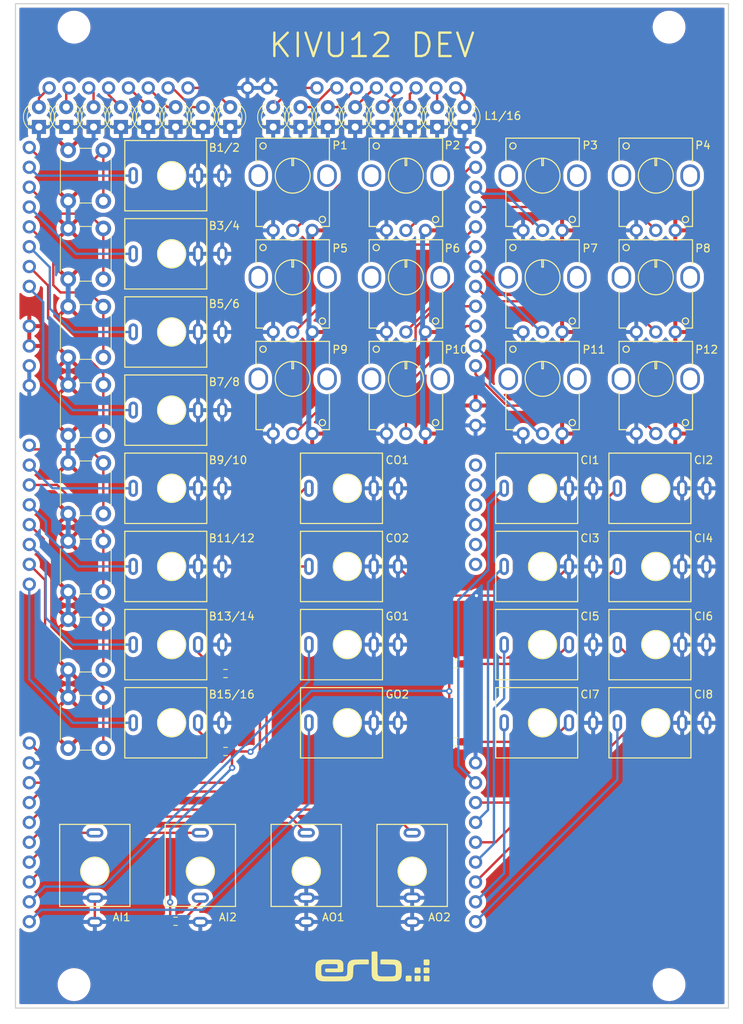
<source format=kicad_pcb>
(kicad_pcb (version 20211014) (generator pcbnew)
  (layers (0 "F.Cu" signal) (31 "B.Cu" signal) (34 "B.Paste" user) (35 "F.Paste" user) (36 "B.SilkS" user "B.Silkscreen") (37 "F.SilkS" user "F.Silkscreen") (38 "B.Mask" user) (39 "F.Mask" user) (44 "Edge.Cuts" user))
  (net 0 "")
  (net 1 "GND")
  (net 2 "+3V3")
  (net 3 "Net-(SDCLK1-Pad1)")
  (net 4 "Net-(SDCMD1-Pad1)")
  (net 5 "Net-(SDD0-Pad1)")
  (net 6 "Net-(SDD1-Pad1)")
  (net 7 "Net-(SDD2-Pad1)")
  (net 8 "Net-(SDD3-Pad1)")
  (net 9 "AI1")
  (net 10 "AI2")
  (net 11 "AO1")
  (net 12 "AO2")
  (net 13 "B1")
  (net 14 "B2")
  (net 15 "B3")
  (net 16 "B4")
  (net 17 "B5")
  (net 18 "B6")
  (net 19 "B7")
  (net 20 "B8")
  (net 21 "B9")
  (net 22 "B10")
  (net 23 "B11")
  (net 24 "B12")
  (net 25 "B13")
  (net 26 "B14")
  (net 27 "B15")
  (net 28 "B16")
  (net 29 "CI1")
  (net 30 "CI2")
  (net 31 "CI3")
  (net 32 "CI4")
  (net 33 "CI5")
  (net 34 "CI6")
  (net 35 "CI7")
  (net 36 "CI8")
  (net 37 "CO1")
  (net 38 "CO2")
  (net 39 "GO1")
  (net 40 "GO2")
  (net 41 "L1")
  (net 42 "L2")
  (net 43 "L3")
  (net 44 "L4")
  (net 45 "L5")
  (net 46 "L6")
  (net 47 "L7")
  (net 48 "L8")
  (net 49 "L9")
  (net 50 "L10")
  (net 51 "L11")
  (net 52 "L12")
  (net 53 "L13")
  (net 54 "L14")
  (net 55 "L15")
  (net 56 "L16")
  (net 57 "P1")
  (net 58 "P2")
  (net 59 "P3")
  (net 60 "P4")
  (net 61 "P5")
  (net 62 "P6")
  (net 63 "P7")
  (net 64 "P8")
  (net 65 "P9")
  (net 66 "P10")
  (net 67 "P11")
  (net 68 "P12")
  (net 69 "NPR0")
  (net 70 "NPR14")
  (net 71 "NPR16")
  (net 72 "NPR2")
  (net 73 "NPR5")
  (net 74 "NPR7")
  (footprint "Potentiometer_Thonk:SongHueiTallTrim9" (layer "F.Cu") (at 35.5 22)
    (fp_text reference "RV1" hide)
    (fp_text value "100k")
  )
  (footprint "Connector_Thonk:ThonkiconnJack" (layer "F.Cu") (at 20 22 90)
    (fp_text reference "J1" hide)
    (fp_text value "IN")
  )
  (footprint "LED_THT:LED_D3.0mm" (layer "F.Cu") (at 3 15.77 90)
    (fp_text reference "D1" hide)
    (fp_text value "LED")
  )
  (footprint "Button_Switch_THT:SW_PUSH_6mm_H7.3mm" (layer "F.Cu") (at 6.75 25.25 90)
    (fp_text reference "SW1" hide)
    (fp_text value "SW_Push_Dual")
  )
  (footprint "Empty:Empty" (layer "F.Cu") (at 9 22 90)
    (fp_text reference "H3" hide)
    (fp_text value "CAP")
  )
  (footprint "Empty:Empty" (layer "F.Cu") (at 20 42 90)
    (fp_text reference "H8" hide)
    (fp_text value "KNURLED NUT")
  )
  (footprint "Empty:Empty" (layer "F.Cu") (at 23.6728 111)
    (fp_text reference "H32" hide)
    (fp_text value "KNURLED NUT")
  )
  (footprint "Empty:Empty" (layer "F.Cu") (at 9 32 90)
    (fp_text reference "H5" hide)
    (fp_text value "CAP")
  )
  (footprint "LED_THT:LED_D3.0mm" (layer "F.Cu") (at 47 15.77 90)
    (fp_text reference "D13" hide)
    (fp_text value "LED")
  )
  (footprint "Empty:Empty" (layer "F.Cu") (at 82 92 90)
    (fp_text reference "H30" hide)
    (fp_text value "KNURLED NUT")
  )
  (footprint "Potentiometer_Thonk:SongHueiTallTrim9" (layer "F.Cu") (at 82 48)
    (fp_text reference "RV12" hide)
    (fp_text value "100k")
  )
  (footprint "Potentiometer_Thonk:SongHueiTallTrim9" (layer "F.Cu") (at 82 35)
    (fp_text reference "RV8" hide)
    (fp_text value "100k")
  )
  (footprint "Connector_Thonk:ThonkiconnJack" (layer "F.Cu") (at 82 92 90)
    (fp_text reference "J23" hide)
    (fp_text value "IN")
  )
  (footprint "Resistor_SMD:R_0603_1608Metric" (layer "F.Cu") (at 56.386594 94.440697)
    (fp_text reference "REF**" hide)
    (fp_text value "R_0603_1608Metric")
  )
  (footprint "Button_Switch_THT:SW_PUSH_6mm_H7.3mm" (layer "F.Cu") (at 6.75 95.25 90)
    (fp_text reference "SW8" hide)
    (fp_text value "SW_Push_Dual")
  )
  (footprint "Connector_Thonk:ThonkiconnJack" (layer "F.Cu") (at 20 62 90)
    (fp_text reference "J5" hide)
    (fp_text value "IN")
  )
  (footprint "Button_Switch_THT:SW_PUSH_6mm_H7.3mm" (layer "F.Cu") (at 6.75 55.25 90)
    (fp_text reference "SW4" hide)
    (fp_text value "SW_Push_Dual")
  )
  (footprint "MountingHole:MountingHole_3.2mm_M3" (layer "F.Cu") (at 7.5 3)
    (fp_text reference "REF**" hide)
    (fp_text value "MountingHole_3.2mm_M3")
  )
  (footprint "Connector_Thonk:ThonkiconnJack" (layer "F.Cu") (at 82 82 90)
    (fp_text reference "J21" hide)
    (fp_text value "IN")
  )
  (footprint "MountingHole:MountingHole_3.2mm_M3" (layer "F.Cu") (at 83.7 125.5)
    (fp_text reference "REF**" hide)
    (fp_text value "MountingHole_3.2mm_M3")
  )
  (footprint "Empty:Empty" (layer "F.Cu") (at 42.5 92 90)
    (fp_text reference "H22" hide)
    (fp_text value "KNURLED NUT")
  )
  (footprint "Connector_Thonk:ThonkiconnJack" (layer "F.Cu") (at 42.5 92 90)
    (fp_text reference "J15" hide)
    (fp_text value "IN")
  )
  (footprint "Connector_Thonk:ThonkiconnJack" (layer "F.Cu") (at 42.5 82 90)
    (fp_text reference "J14" hide)
    (fp_text value "IN")
  )
  (footprint "Connector_Thonk:ThonkiconnJack" (layer "F.Cu") (at 82 72 90)
    (fp_text reference "J19" hide)
    (fp_text value "IN")
  )
  (footprint "LED_THT:LED_D3.0mm" (layer "F.Cu") (at 13.5 15.77 90)
    (fp_text reference "D4" hide)
    (fp_text value "LED")
  )
  (footprint "Empty:Empty" (layer "F.Cu") (at 10.16 111)
    (fp_text reference "H31" hide)
    (fp_text value "KNURLED NUT")
  )
  (footprint "Empty:Empty" (layer "F.Cu") (at 9 42 90)
    (fp_text reference "H7" hide)
    (fp_text value "CAP")
  )
  (footprint "Empty:Empty" (layer "F.Cu") (at 67.5 92 90)
    (fp_text reference "H29" hide)
    (fp_text value "KNURLED NUT")
  )
  (footprint "Connector_Thonk:ThonkiconnJack" (layer "F.Cu") (at 37.2364 111)
    (fp_text reference "J26" hide)
    (fp_text value "IN")
  )
  (footprint "Potentiometer_Thonk:SongHueiTallTrim9" (layer "F.Cu") (at 67.5 48)
    (fp_text reference "RV11" hide)
    (fp_text value "100k")
  )
  (footprint "Potentiometer_Thonk:SongHueiTallTrim9" (layer "F.Cu") (at 50 35)
    (fp_text reference "RV6" hide)
    (fp_text value "100k")
  )
  (footprint "LED_THT:LED_D3.0mm" (layer "F.Cu") (at 33 15.77 90)
    (fp_text reference "D9" hide)
    (fp_text value "LED")
  )
  (footprint "LED_THT:LED_D3.0mm" (layer "F.Cu") (at 20.5 15.77 90)
    (fp_text reference "D6" hide)
    (fp_text value "LED")
  )
  (footprint "Empty:Empty" (layer "F.Cu") (at 21.148591 67.092685)
    (fp_text reference "H1" hide)
    (fp_text value "Header1" hide)
  )
  (footprint "Empty:Empty" (layer "F.Cu") (at 9 62 90)
    (fp_text reference "H11" hide)
    (fp_text value "CAP")
  )
  (footprint "LED_THT:LED_D3.0mm" (layer "F.Cu") (at 57.5 15.77 90)
    (fp_text reference "D16" hide)
    (fp_text value "LED")
  )
  (footprint "Logo_Erb:ErbLog.15mm" (layer "F.Cu") (at 45.65 123.083649)
    (fp_text reference "G***" hide)
    (fp_text value "LOGO" hide)
  )
  (footprint "Empty:Empty" (layer "F.Cu") (at 9 92 90)
    (fp_text reference "H17" hide)
    (fp_text value "CAP")
  )
  (footprint "Empty:Empty" (layer "F.Cu") (at 20 62 90)
    (fp_text reference "H12" hide)
    (fp_text value "KNURLED NUT")
  )
  (footprint "Empty:Empty" (layer "F.Cu") (at 20 32 90)
    (fp_text reference "H6" hide)
    (fp_text value "KNURLED NUT")
  )
  (footprint "LED_THT:LED_D3.0mm" (layer "F.Cu") (at 50.5 15.77 90)
    (fp_text reference "D14" hide)
    (fp_text value "LED")
  )
  (footprint "Potentiometer_Thonk:SongHueiTallTrim9" (layer "F.Cu") (at 50 22)
    (fp_text reference "RV2" hide)
    (fp_text value "100k")
  )
  (footprint "Potentiometer_Thonk:SongHueiTallTrim9" (layer "F.Cu") (at 67.5 35)
    (fp_text reference "RV7" hide)
    (fp_text value "100k")
  )
  (footprint "Empty:Empty" (layer "F.Cu") (at 50.8 111)
    (fp_text reference "H34" hide)
    (fp_text value "KNURLED NUT")
  )
  (footprint "Connector_Thonk:ThonkiconnJack" (layer "F.Cu") (at 20 32 90)
    (fp_text reference "J2" hide)
    (fp_text value "IN")
  )
  (footprint "Connector_Thonk:ThonkiconnJack" (layer "F.Cu") (at 82 62 90)
    (fp_text reference "J17" hide)
    (fp_text value "IN")
  )
  (footprint "Button_Switch_THT:SW_PUSH_6mm_H7.3mm" (layer "F.Cu") (at 6.75 75.25 90)
    (fp_text reference "SW6" hide)
    (fp_text value "SW_Push_Dual")
  )
  (footprint "Empty:Empty" (layer "F.Cu") (at 67.5 72 90)
    (fp_text reference "H25" hide)
    (fp_text value "KNURLED NUT")
  )
  (footprint "Empty:Empty" (layer "F.Cu") (at 67.5 82 90)
    (fp_text reference "H27" hide)
    (fp_text value "KNURLED NUT")
  )
  (footprint "Connector_Thonk:ThonkiconnJack" (layer "F.Cu") (at 67.5 92 90)
    (fp_text reference "J22" hide)
    (fp_text value "IN")
  )
  (footprint "Connector_Thonk:ThonkiconnJack" (layer "F.Cu") (at 67.5 82 90)
    (fp_text reference "J20" hide)
    (fp_text value "IN")
  )
  (footprint "Connector_Thonk:ThonkiconnJack" (layer "F.Cu") (at 10.16 111)
    (fp_text reference "J24" hide)
    (fp_text value "IN")
  )
  (footprint "LED_THT:LED_D3.0mm" (layer "F.Cu") (at 54 15.77 90)
    (fp_text reference "D15" hide)
    (fp_text value "LED")
  )
  (footprint "Empty:Empty" (layer "F.Cu") (at 42.5 82 90)
    (fp_text reference "H21" hide)
    (fp_text value "KNURLED NUT")
  )
  (footprint "Button_Switch_THT:SW_PUSH_6mm_H7.3mm" (layer "F.Cu") (at 6.75 45.25 90)
    (fp_text reference "SW3" hide)
    (fp_text value "SW_Push_Dual")
  )
  (footprint "Connector_Thonk:ThonkiconnJack" (layer "F.Cu") (at 23.6728 111)
    (fp_text reference "J25" hide)
    (fp_text value "IN")
  )
  (footprint "LED_THT:LED_D3.0mm" (layer "F.Cu") (at 43.5 15.77 90)
    (fp_text reference "D12" hide)
    (fp_text value "LED")
  )
  (footprint "Empty:Empty" (layer "F.Cu") (at 42.5 62 90)
    (fp_text reference "H19" hide)
    (fp_text value "KNURLED NUT")
  )
  (footprint "Empty:Empty" (layer "F.Cu") (at 20 52 90)
    (fp_text reference "H10" hide)
    (fp_text value "KNURLED NUT")
  )
  (footprint "Connector_Thonk:ThonkiconnJack" (layer "F.Cu") (at 20 42 90)
    (fp_text reference "J3" hide)
    (fp_text value "IN")
  )
  (footprint "LED_THT:LED_D3.0mm" (layer "F.Cu") (at 27.5 15.77 90)
    (fp_text reference "D8" hide)
    (fp_text value "LED")
  )
  (footprint "LED_THT:LED_D3.0mm" (layer "F.Cu") (at 24 15.77 90)
    (fp_text reference "D7" hide)
    (fp_text value "LED")
  )
  (footprint "Empty:Empty" (layer "F.Cu") (at 20 72 90)
    (fp_text reference "H14" hide)
    (fp_text value "KNURLED NUT")
  )
  (footprint "Potentiometer_Thonk:SongHueiTallTrim9" (layer "F.Cu") (at 50 48)
    (fp_text reference "RV10" hide)
    (fp_text value "100k")
  )
  (footprint "Empty:Empty" (layer "F.Cu") (at 67.5 62 90)
    (fp_text reference "H23" hide)
    (fp_text value "KNURLED NUT")
  )
  (footprint "Button_Switch_THT:SW_PUSH_6mm_H7.3mm" (layer "F.Cu") (at 6.75 35.25 90)
    (fp_text reference "SW2" hide)
    (fp_text value "SW_Push_Dual")
  )
  (footprint "Empty:Empty" (layer "F.Cu") (at 21.148591 63.082685)
    (fp_text reference "H2" hide)
    (fp_text value "Header2" hide)
  )
  (footprint "LED_THT:LED_D3.0mm" (layer "F.Cu") (at 36.5 15.77 90)
    (fp_text reference "D10" hide)
    (fp_text value "LED")
  )
  (footprint "Empty:Empty" (layer "F.Cu") (at 82 82 90)
    (fp_text reference "H28" hide)
    (fp_text value "KNURLED NUT")
  )
  (footprint "Potentiometer_Thonk:SongHueiTallTrim9" (layer "F.Cu") (at 67.5 22)
    (fp_text reference "RV3" hide)
    (fp_text value "100k")
  )
  (footprint "Empty:Empty" (layer "F.Cu") (at 82 72 90)
    (fp_text reference "H26" hide)
    (fp_text value "KNURLED NUT")
  )
  (footprint "Empty:Empty" (layer "F.Cu") (at 20 22 90)
    (fp_text reference "H4" hide)
    (fp_text value "KNURLED NUT")
  )
  (footprint "Empty:Empty" (layer "F.Cu") (at 82 62 90)
    (fp_text reference "H24" hide)
    (fp_text value "KNURLED NUT")
  )
  (footprint "Potentiometer_Thonk:SongHueiTallTrim9" (layer "F.Cu") (at 35.5 35)
    (fp_text reference "RV5" hide)
    (fp_text value "100k")
  )
  (footprint "Button_Switch_THT:SW_PUSH_6mm_H7.3mm" (layer "F.Cu") (at 6.75 65.25 90)
    (fp_text reference "SW5" hide)
    (fp_text value "SW_Push_Dual")
  )
  (footprint "LED_THT:LED_D3.0mm" (layer "F.Cu") (at 6.5 15.77 90)
    (fp_text reference "D2" hide)
    (fp_text value "LED")
  )
  (footprint "Empty:Empty" (layer "F.Cu") (at 42.5 72 90)
    (fp_text reference "H20" hide)
    (fp_text value "KNURLED NUT")
  )
  (footprint "Connector_Thonk:ThonkiconnJack" (layer "F.Cu") (at 20 72 90)
    (fp_text reference "J7" hide)
    (fp_text value "IN")
  )
  (footprint "LED_THT:LED_D3.0mm" (layer "F.Cu") (at 17 15.77 90)
    (fp_text reference "D5" hide)
    (fp_text value "LED")
  )
  (footprint "Connector_Thonk:ThonkiconnJack" (layer "F.Cu") (at 20 52 90)
    (fp_text reference "J4" hide)
    (fp_text value "IN")
  )
  (footprint "Connector_Thonk:ThonkiconnJack" (layer "F.Cu") (at 42.5 62 90)
    (fp_text reference "J12" hide)
    (fp_text value "IN")
  )
  (footprint "Connector_Thonk:ThonkiconnJack" (layer "F.Cu") (at 67.5 72 90)
    (fp_text reference "J18" hide)
    (fp_text value "IN")
  )
  (footprint "Connector_Thonk:ThonkiconnJack" (layer "F.Cu") (at 50.8 111)
    (fp_text reference "J27" hide)
    (fp_text value "IN")
  )
  (footprint "Empty:Empty" (layer "F.Cu") (at 9 82 90)
    (fp_text reference "H15" hide)
    (fp_text value "CAP")
  )
  (footprint "Resistor_SMD:R_0603_1608Metric" (layer "F.Cu") (at 56.386594 84.469024)
    (fp_text reference "REF**" hide)
    (fp_text value "R_0603_1608Metric")
  )
  (footprint "LED_THT:LED_D3.0mm" (layer "F.Cu") (at 10 15.77 90)
    (fp_text reference "D3" hide)
    (fp_text value "LED")
  )
  (footprint "MountingHole:MountingHole_3.2mm_M3" (layer "F.Cu") (at 83.7 3)
    (fp_text reference "REF**" hide)
    (fp_text value "MountingHole_3.2mm_M3")
  )
  (footprint "Empty:Empty" (layer "F.Cu") (at 9 52 90)
    (fp_text reference "H9" hide)
    (fp_text value "CAP")
  )
  (footprint "Connector_Thonk:ThonkiconnJack" (layer "F.Cu") (at 20 92 90)
    (fp_text reference "J10" hide)
    (fp_text value "IN")
  )
  (footprint "Connector_Thonk:ThonkiconnJack" (layer "F.Cu") (at 20 82 90)
    (fp_text reference "J8" hide)
    (fp_text value "IN")
  )
  (footprint "Empty:Empty" (layer "F.Cu") (at 9 72 90)
    (fp_text reference "H13" hide)
    (fp_text value "CAP")
  )
  (footprint "Potentiometer_Thonk:SongHueiTallTrim9" (layer "F.Cu") (at 35.5 48)
    (fp_text reference "RV9" hide)
    (fp_text value "100k")
  )
  (footprint "LED_THT:LED_D3.0mm" (layer "F.Cu") (at 40 15.77 90)
    (fp_text reference "D11" hide)
    (fp_text value "LED")
  )
  (footprint "Resistor_SMD:R_0603_1608Metric" (layer "F.Cu") (at 26.9 95.671673)
    (fp_text reference "REF**" hide)
    (fp_text value "R_0603_1608Metric")
  )
  (footprint "Empty:Empty" (layer "F.Cu") (at 37.2364 111)
    (fp_text reference "H33" hide)
    (fp_text value "KNURLED NUT")
  )
  (footprint "Connector_Thonk:ThonkiconnJack" (layer "F.Cu") (at 67.5 62 90)
    (fp_text reference "J16" hide)
    (fp_text value "IN")
  )
  (footprint "Resistor_SMD:R_0603_1608Metric" (layer "F.Cu") (at 26.9 85.7)
    (fp_text reference "REF**" hide)
    (fp_text value "R_0603_1608Metric")
  )
  (footprint "Empty:Empty" (layer "F.Cu") (at 20 82 90)
    (fp_text reference "H16" hide)
    (fp_text value "KNURLED NUT")
  )
  (footprint "Empty:Empty" (layer "F.Cu") (at 20 92 90)
    (fp_text reference "H18" hide)
    (fp_text value "KNURLED NUT")
  )
  (footprint "Resistor_SMD:R_0603_1608Metric" (layer "F.Cu") (at 20.5 117.4 180)
    (fp_text reference "REF**" hide)
    (fp_text value "R_0603_1608Metric")
  )
  (footprint "Connector_Thonk:ThonkiconnJack" (layer "F.Cu") (at 42.5 72 90)
    (fp_text reference "J13" hide)
    (fp_text value "IN")
  )
  (footprint "Potentiometer_Thonk:SongHueiTallTrim9" (layer "F.Cu") (at 82 22)
    (fp_text reference "RV4" hide)
    (fp_text value "100k")
  )
  (footprint "Button_Switch_THT:SW_PUSH_6mm_H7.3mm" (layer "F.Cu") (at 6.75 85.25 90)
    (fp_text reference "SW7" hide)
    (fp_text value "SW_Push_Dual")
  )
  (footprint "MountingHole:MountingHole_3.2mm_M3" (layer "F.Cu") (at 7.5 125.5)
    (fp_text reference "REF**" hide)
    (fp_text value "MountingHole_3.2mm_M3")
  )
  (footprint "Connector_PinHeader_2.54mm:PinHeader_1x09_P2.54mm_Vertical" (layer "B.Cu") (at 58.92 97.13 180)
    (fp_text reference "ZZ2" hide)
    (fp_text value "CIX")
  )
  (footprint "Connector_PinHeader_2.54mm:PinHeader_1x08_P2.54mm_Vertical" (layer "B.Cu") (at 1.77 18.39 180)
    (fp_text reference "ZZ3" hide)
    (fp_text value "BX")
  )
  (footprint "Connector_PinHeader_2.54mm:PinHeader_1x08_P2.54mm_Vertical" (layer "B.Cu") (at 4.31 10.77 -90)
    (fp_text reference "ZZ4" hide)
    (fp_text value "LX")
  )
  (footprint "Connector_PinHeader_2.54mm:PinHeader_1x10_P2.54mm_Vertical" (layer "B.Cu") (at 1.77 94.59 180)
    (fp_text reference "ZZ5" hide)
    (fp_text value "ANALOG")
  )
  (footprint "Connector_PinHeader_2.54mm:PinHeader_1x04_P2.54mm_Vertical" (layer "B.Cu") (at 1.77 41.25 180)
    (fp_text reference "J6" hide)
    (fp_text value "POWER2")
  )
  (footprint "Connector_PinHeader_2.54mm:PinHeader_1x08_P2.54mm_Vertical" (layer "B.Cu") (at 1.77 56.49 180)
    (fp_text reference "ZZ7" hide)
    (fp_text value "BX")
  )
  (footprint "Connector_PinHeader_2.54mm:PinHeader_1x06_P2.54mm_Vertical" (layer "B.Cu") (at 58.92 59.03 180)
    (fp_text reference "ZZ10" hide)
    (fp_text value "SD")
  )
  (footprint "Connector_PinHeader_2.54mm:PinHeader_1x02_P2.54mm_Vertical" (layer "B.Cu") (at 29.71 10.77 -90)
    (fp_text reference "J11" hide)
    (fp_text value "GND")
  )
  (footprint "Connector_PinHeader_2.54mm:PinHeader_1x08_P2.54mm_Vertical" (layer "B.Cu") (at 38.6 10.77 -90)
    (fp_text reference "ZZ12" hide)
    (fp_text value "LX")
  )
  (footprint "Connector_PinHeader_2.54mm:PinHeader_1x02_P2.54mm_Vertical" (layer "B.Cu") (at 58.92 51.41 180)
    (fp_text reference "J9" hide)
    (fp_text value "POWER1")
  )
  (footprint "Connector_PinHeader_2.54mm:PinHeader_1x12_P2.54mm_Vertical" (layer "B.Cu") (at 58.92 18.39 180)
    (fp_text reference "ZZ1" hide)
    (fp_text value "PX")
  )
  (gr_line (start 32.504 13.31) (end 33.266 13.31) (layer "B.SilkS") (width 0.15))
  (gr_line (start 33.266 13.31) (end 33.266 12.294) (layer "B.SilkS") (width 0.15))
  (gr_line (start 0 0) (end 0 128.5) (layer "Edge.Cuts") (width 0.15))
  (gr_line (start 91.3 0) (end 91.3 128.5) (layer "Edge.Cuts") (width 0.15))
  (gr_line (start 0 128.5) (end 91.3 128.5) (layer "Edge.Cuts") (width 0.15))
  (gr_line (start 0 0) (end 91.3 0) (layer "Edge.Cuts") (width 0.15))
  (gr_text "L1/16" (at 59.95 14.35) (layer "F.SilkS") (effects (font (size 1 1)) (justify left)))
  (gr_text "P8" (at 86.96 31.3) (layer "F.SilkS") (effects (font (size 1 1)) (justify left)))
  (gr_text "B15/16" (at 24.67 88.37) (layer "F.SilkS") (effects (font (size 1 1)) (justify left)))
  (gr_text "CI8" (at 86.8 88.37) (layer "F.SilkS") (effects (font (size 1 1)) (justify left)))
  (gr_text "GO2" (at 47.3 88.37) (layer "F.SilkS") (effects (font (size 1 1)) (justify left)))
  (gr_text "B13/14" (at 24.67 78.377142) (layer "F.SilkS") (effects (font (size 1 1)) (justify left)))
  (gr_text "AI2" (at 27.194848 116.882196) (layer "F.SilkS") (effects (font (size 1 1))))
  (gr_text "CI3" (at 72.251204 68.384285) (layer "F.SilkS") (effects (font (size 1 1)) (justify left)))
  (gr_text "CI4" (at 86.8 68.384285) (layer "F.SilkS") (effects (font (size 1 1)) (justify left)))
  (gr_text "P3" (at 72.52 18.12) (layer "F.SilkS") (effects (font (size 1 1)) (justify left)))
  (gr_text "KIVU12 DEV" (at 45.65 5.323019) (layer "F.SilkS") (effects (font (size 3 3) (thickness 0.3))))
  (gr_text "P2" (at 54.88 18.12) (layer "F.SilkS") (effects (font (size 1 1)) (justify left)))
  (gr_text "CO2" (at 47.3 68.384285) (layer "F.SilkS") (effects (font (size 1 1)) (justify left)))
  (gr_text "P5" (at 40.49 31.3) (layer "F.SilkS") (effects (font (size 1 1)) (justify left)))
  (gr_text "P7" (at 72.52 31.3) (layer "F.SilkS") (effects (font (size 1 1)) (justify left)))
  (gr_text "CI6" (at 86.8 78.377142) (layer "F.SilkS") (effects (font (size 1 1)) (justify left)))
  (gr_text "P11" (at 72.52 44.251043) (layer "F.SilkS") (effects (font (size 1 1)) (justify left)))
  (gr_text "CO1" (at 47.3 58.391428) (layer "F.SilkS") (effects (font (size 1 1)) (justify left)))
  (gr_text "B7/8" (at 24.67 48.398571) (layer "F.SilkS") (effects (font (size 1 1)) (justify left)))
  (gr_text "B9/10" (at 24.67 58.391428) (layer "F.SilkS") (effects (font (size 1 1)) (justify left)))
  (gr_text "AO2" (at 54.294848 116.882196) (layer "F.SilkS") (effects (font (size 1 1))))
  (gr_text "P4" (at 86.96 18.12) (layer "F.SilkS") (effects (font (size 1 1)) (justify left)))
  (gr_text "CI1" (at 72.251204 58.391428) (layer "F.SilkS") (effects (font (size 1 1)) (justify left)))
  (gr_text "P6" (at 54.88 31.3) (layer "F.SilkS") (effects (font (size 1 1)) (justify left)))
  (gr_text "CI7" (at 72.251204 88.37) (layer "F.SilkS") (effects (font (size 1 1)) (justify left)))
  (gr_text "AO1" (at 40.694848 116.882196) (layer "F.SilkS") (effects (font (size 1 1))))
  (gr_text "P1" (at 40.49 18.12) (layer "F.SilkS") (effects (font (size 1 1)) (justify left)))
  (gr_text "B11/12" (at 24.67 68.384285) (layer "F.SilkS") (effects (font (size 1 1)) (justify left)))
  (gr_text "GO1" (at 47.3 78.377142) (layer "F.SilkS") (effects (font (size 1 1)) (justify left)))
  (gr_text "CI5" (at 72.251204 78.377142) (layer "F.SilkS") (effects (font (size 1 1)) (justify left)))
  (gr_text "B1/2" (at 24.67 18.42) (layer "F.SilkS") (effects (font (size 1 1)) (justify left)))
  (gr_text "P9" (at 40.49 44.251043) (layer "F.SilkS") (effects (font (size 1 1)) (justify left)))
  (gr_text "B5/6" (at 24.67 38.405714) (layer "F.SilkS") (effects (font (size 1 1)) (justify left)))
  (gr_text "P10" (at 54.88 44.251043) (layer "F.SilkS") (effects (font (size 1 1)) (justify left)))
  (gr_text "P12" (at 86.96 44.251043) (layer "F.SilkS") (effects (font (size 1 1)) (justify left)))
  (gr_text "B3/4" (at 24.67 28.412857) (layer "F.SilkS") (effects (font (size 1 1)) (justify left)))
  (gr_text "CI2" (at 86.8 58.391428) (layer "F.SilkS") (effects (font (size 1 1)) (justify left)))
  (gr_text "AI1" (at 13.594848 116.882196) (layer "F.SilkS") (effects (font (size 1 1))))
  (segment (start 10.16 114.38) (end 10.16 117.48) (width 0.3048) (layer "F.Cu") (net 1))
  (segment (start 70.88 72) (end 70.88 62) (width 0.3048) (layer "F.Cu") (net 1))
  (segment (start 52.71 75.73) (end 59.03 75.73) (width 0.3048) (layer "F.Cu") (net 1))
  (segment (start 59.03 75.73) (end 67.15 75.73) (width 0.3048) (layer "F.Cu") (net 1))
  (segment (start 67.15 75.73) (end 70.88 72) (width 0.3048) (layer "F.Cu") (net 1))
  (segment (start 48.98 72) (end 52.71 75.73) (width 0.3048) (layer "F.Cu") (net 1))
  (via (at 59.03 75.73) (size 0.8) (drill 0.4) (layers "F.Cu" "B.Cu") (net 1))
  (segment (start 58.92 75.84) (end 59.03 75.73) (width 0.3048) (layer "B.Cu") (net 1))
  (segment (start 58.92 97.13) (end 58.92 75.84) (width 0.3048) (layer "B.Cu") (net 1))
  (segment (start 6.75 88.75) (end 6.75 85.25) (width 0.635) (layer "B.Cu") (net 2))
  (segment (start 52.5 29) (end 52.14 29.36) (width 0.635) (layer "B.Cu") (net 2))
  (segment (start 37.59 29.41) (end 37.59 41.59) (width 0.635) (layer "B.Cu") (net 2))
  (segment (start 6.75 58.75) (end 6.75 55.25) (width 0.635) (layer "B.Cu") (net 2))
  (segment (start 37.56 54.56) (end 38 55) (width 0.635) (layer "B.Cu") (net 2))
  (segment (start 37.56 42.44) (end 37.56 54.56) (width 0.635) (layer "B.Cu") (net 2))
  (segment (start 52.5 55) (end 52.14 54.64) (width 0.635) (layer "B.Cu") (net 2))
  (segment (start 37.59 41.59) (end 38 42) (width 0.635) (layer "B.Cu") (net 2))
  (segment (start 6.75 48.75) (end 6.75 45.25) (width 0.635) (layer "B.Cu") (net 2))
  (segment (start 52.14 42.36) (end 52.5 42) (width 0.635) (layer "B.Cu") (net 2))
  (segment (start 52.14 29.36) (end 52.14 41.64) (width 0.635) (layer "B.Cu") (net 2))
  (segment (start 6.75 78.75) (end 6.75 75.25) (width 0.635) (layer "B.Cu") (net 2))
  (segment (start 6.75 35.25) (end 6.75 38.75) (width 0.635) (layer "B.Cu") (net 2))
  (segment (start 38 42) (end 37.56 42.44) (width 0.635) (layer "B.Cu") (net 2))
  (segment (start 52.14 54.64) (end 52.14 42.36) (width 0.635) (layer "B.Cu") (net 2))
  (segment (start 38 29) (end 37.59 29.41) (width 0.635) (layer "B.Cu") (net 2))
  (segment (start 6.75 28.75) (end 6.75 25.25) (width 0.635) (layer "B.Cu") (net 2))
  (segment (start 6.75 68.75) (end 6.75 65.25) (width 0.635) (layer "B.Cu") (net 2))
  (segment (start 52.14 41.64) (end 52.5 42) (width 0.635) (layer "B.Cu") (net 2))
  (segment (start 10.16 106.08) (end 8.06 106.08) (width 0.3048) (layer "F.Cu") (net 9))
  (segment (start 8.06 106.08) (end 1.77 112.37) (width 0.3048) (layer "F.Cu") (net 9))
  (segment (start 6.98 104.62) (end 1.77 109.83) (width 0.3048) (layer "F.Cu") (net 10))
  (segment (start 11.27 104.62) (end 6.98 104.62) (width 0.3048) (layer "F.Cu") (net 10))
  (segment (start 23.6728 106.08) (end 12.73 106.08) (width 0.3048) (layer "F.Cu") (net 10))
  (segment (start 12.73 106.08) (end 11.27 104.62) (width 0.3048) (layer "F.Cu") (net 10))
  (segment (start 35.1564 104) (end 37.2364 106.08) (width 0.3048) (layer "F.Cu") (net 11))
  (segment (start 5.06 104) (end 35.1564 104) (width 0.3048) (layer "F.Cu") (net 11))
  (segment (start 1.77 107.29) (end 5.06 104) (width 0.3048) (layer "F.Cu") (net 11))
  (segment (start 1.77 104.75) (end 3.41 103.11) (width 0.3048) (layer "F.Cu") (net 12))
  (segment (start 47.83 103.11) (end 50.8 106.08) (width 0.3048) (layer "F.Cu") (net 12))
  (segment (start 3.41 103.11) (end 47.83 103.11) (width 0.3048) (layer "F.Cu") (net 12))
  (segment (start 11.25 18.75) (end 11.25 25.25) (width 0.3048) (layer "F.Cu") (net 13))
  (segment (start 11.25 18.75) (end 9.44 20.56) (width 0.3048) (layer "F.Cu") (net 13))
  (segment (start 9.44 20.56) (end 3.94 20.56) (width 0.3048) (layer "F.Cu") (net 13))
  (segment (start 3.94 20.56) (end 1.77 18.39) (width 0.3048) (layer "F.Cu") (net 13))
  (segment (start 15.08 22) (end 2.84 22) (width 0.3048) (layer "B.Cu") (net 14))
  (segment (start 2.84 22) (end 1.77 20.93) (width 0.3048) (layer "B.Cu") (net 14))
  (segment (start 5.16 26.86) (end 1.77 23.47) (width 0.3048) (layer "F.Cu") (net 15))
  (segment (start 11.25 28.75) (end 9.36 26.86) (width 0.3048) (layer "F.Cu") (net 15))
  (segment (start 11.25 28.75) (end 11.25 35.25) (width 0.3048) (layer "F.Cu") (net 15))
  (segment (start 9.36 26.86) (end 5.16 26.86) (width 0.3048) (layer "F.Cu") (net 15))
  (segment (start 15.08 32) (end 7.76 32) (width 0.3048) (layer "B.Cu") (net 16))
  (segment (start 7.76 32) (end 1.77 26.01) (width 0.3048) (layer "B.Cu") (net 16))
  (segment (start 4.84 31.62) (end 1.77 28.55) (width 0.3048) (layer "F.Cu") (net 17))
  (segment (start 5.77 36.94) (end 4.84 36.01) (width 0.3048) (layer "F.Cu") (net 17))
  (segment (start 11.25 38.75) (end 11.25 45.25) (width 0.3048) (layer "F.Cu") (net 17))
  (segment (start 4.84 36.01) (end 4.84 31.62) (width 0.3048) (layer "F.Cu") (net 17))
  (segment (start 9.44 36.94) (end 5.77 36.94) (width 0.3048) (layer "F.Cu") (net 17))
  (segment (start 11.25 38.75) (end 9.44 36.94) (width 0.3048) (layer "F.Cu") (net 17))
  (segment (start 4.4 33.72) (end 1.77 31.09) (width 0.3048) (layer "B.Cu") (net 18))
  (segment (start 15.08 42) (end 7.4 42) (width 0.3048) (layer "B.Cu") (net 18))
  (segment (start 4.4 39) (end 4.4 33.72) (width 0.3048) (layer "B.Cu") (net 18))
  (segment (start 7.4 42) (end 4.4 39) (width 0.3048) (layer "B.Cu") (net 18))
  (segment (start 11.25 48.75) (end 11.25 55.25) (width 0.3048) (layer "F.Cu") (net 19))
  (segment (start 4.18 40.265787) (end 4.18 36.06319) (width 0.3048) (layer "F.Cu") (net 19))
  (segment (start 11.25 47.335787) (end 4.18 40.265787) (width 0.3048) (layer "F.Cu") (net 19))
  (segment (start 11.25 48.75) (end 11.25 47.335787) (width 0.3048) (layer "F.Cu") (net 19))
  (segment (start 1.77 33.65319) (end 1.77 33.63) (width 0.3048) (layer "F.Cu") (net 19))
  (segment (start 4.18 36.06319) (end 1.77 33.65319) (width 0.3048) (layer "F.Cu") (net 19))
  (segment (start 3.55 38.19) (end 1.77 36.41) (width 0.3048) (layer "B.Cu") (net 20))
  (segment (start 3.55 48.2352) (end 3.55 38.19) (width 0.3048) (layer "B.Cu") (net 20))
  (segment (start 7.3148 52) (end 3.55 48.2352) (width 0.3048) (layer "B.Cu") (net 20))
  (segment (start 15.08 52) (end 7.3148 52) (width 0.3048) (layer "B.Cu") (net 20))
  (segment (start 1.77 36.41) (end 1.77 36.17) (width 0.3048) (layer "B.Cu") (net 20))
  (segment (start 11.25 58.75) (end 9.52 57.02) (width 0.3048) (layer "F.Cu") (net 21))
  (segment (start 2.3 57.02) (end 1.77 56.49) (width 0.3048) (layer "F.Cu") (net 21))
  (segment (start 11.25 58.75) (end 11.25 65.25) (width 0.3048) (layer "F.Cu") (net 21))
  (segment (start 9.52 57.02) (end 2.3 57.02) (width 0.3048) (layer "F.Cu") (net 21))
  (segment (start 15.08 62) (end 4.74 62) (width 0.3048) (layer "B.Cu") (net 22))
  (segment (start 4.74 62) (end 1.77 59.03) (width 0.3048) (layer "B.Cu") (net 22))
  (segment (start 5.34 61.57) (end 1.77 61.57) (width 0.3048) (layer "F.Cu") (net 23))
  (segment (start 11.25 67.48) (end 5.34 61.57) (width 0.3048) (layer "F.Cu") (net 23))
  (segment (start 11.25 68.75) (end 11.25 67.48) (width 0.3048) (layer "F.Cu") (net 23))
  (segment (start 11.25 68.75) (end 11.25 75.25) (width 0.3048) (layer "F.Cu") (net 23))
  (segment (start 15.08 72) (end 8.087417 72) (width 0.3048) (layer "B.Cu") (net 24))
  (segment (start 3.91 66.25) (end 1.77 64.11) (width 0.3048) (layer "B.Cu") (net 24))
  (segment (start 8.087417 72) (end 3.91 67.822583) (width 0.3048) (layer "B.Cu") (net 24))
  (segment (start 3.91 67.822583) (end 3.91 66.25) (width 0.3048) (layer "B.Cu") (net 24))
  (segment (start 11.25 78.75) (end 11.25 85.25) (width 0.3048) (layer "F.Cu") (net 25))
  (segment (start 11.25 78.75) (end 11.25 77.49) (width 0.3048) (layer "F.Cu") (net 25))
  (segment (start 11.25 77.49) (end 3.62 69.86) (width 0.3048) (layer "F.Cu") (net 25))
  (segment (start 3.62 69.86) (end 3.62 68.5) (width 0.3048) (layer "F.Cu") (net 25))
  (segment (start 3.62 68.5) (end 1.77 66.65) (width 0.3048) (layer "F.Cu") (net 25))
  (segment (start 3.87 78.55) (end 3.87 71.29) (width 0.3048) (layer "B.Cu") (net 26))
  (segment (start 7.32 82) (end 3.87 78.55) (width 0.3048) (layer "B.Cu") (net 26))
  (segment (start 15.08 82) (end 7.32 82) (width 0.3048) (layer "B.Cu") (net 26))
  (segment (start 3.87 71.29) (end 1.77 69.19) (width 0.3048) (layer "B.Cu") (net 26))
  (segment (start 11.25 88.75) (end 11.25 95.25) (width 0.3048) (layer "F.Cu") (net 27))
  (segment (start 3.79 80.03) (end 3.79 73.75) (width 0.3048) (layer "F.Cu") (net 27))
  (segment (start 11.25 87.49) (end 3.79 80.03) (width 0.3048) (layer "F.Cu") (net 27))
  (segment (start 11.25 88.75) (end 11.25 87.49) (width 0.3048) (layer "F.Cu") (net 27))
  (segment (start 3.79 73.75) (end 1.77 71.73) (width 0.3048) (layer "F.Cu") (net 27))
  (segment (start 15.08 92) (end 7.35 92) (width 0.3048) (layer "B.Cu") (net 28))
  (segment (start 1.77 86.42) (end 1.77 74.27) (width 0.3048) (layer "B.Cu") (net 28))
  (segment (start 7.35 92) (end 1.77 86.42) (width 0.3048) (layer "B.Cu") (net 28))
  (segment (start 60.56 72.44) (end 56.71 76.29) (width 0.3048) (layer "B.Cu") (net 29))
  (segment (start 62.58 62) (end 60.56 64.02) (width 0.3048) (layer "B.Cu") (net 29))
  (segment (start 56.71 76.29) (end 56.71 97.46) (width 0.3048) (layer "B.Cu") (net 29))
  (segment (start 60.56 64.02) (end 60.56 72.44) (width 0.3048) (layer "B.Cu") (net 29))
  (segment (start 56.71 97.46) (end 58.92 99.67) (width 0.3048) (layer "B.Cu") (net 29))
  (segment (start 63.47 102.21) (end 58.92 102.21) (width 0.3048) (layer "F.Cu") (net 30))
  (segment (start 77.08 62) (end 72.48 66.6) (width 0.3048) (layer "F.Cu") (net 30))
  (segment (start 72.48 93.2) (end 63.47 102.21) (width 0.3048) (layer "F.Cu") (net 30))
  (segment (start 72.48 66.6) (end 72.48 93.2) (width 0.3048) (layer "F.Cu") (net 30))
  (segment (start 60.51 74.07) (end 60.51 103.16) (width 0.3048) (layer "B.Cu") (net 31))
  (segment (start 60.51 103.16) (end 58.92 104.75) (width 0.3048) (layer "B.Cu") (net 31))
  (segment (start 62.58 72) (end 60.51 74.07) (width 0.3048) (layer "B.Cu") (net 31))
  (segment (start 77.08 72) (end 75.46 73.62) (width 0.3048) (layer "F.Cu") (net 32))
  (segment (start 75.46 73.62) (end 75.46 93.3) (width 0.3048) (layer "F.Cu") (net 32))
  (segment (start 75.46 93.3) (end 61.47 107.29) (width 0.3048) (layer "F.Cu") (net 32))
  (segment (start 61.47 107.29) (end 58.92 107.29) (width 0.3048) (layer "F.Cu") (net 32))
  (segment (start 62.58 88.88) (end 61.27 90.19) (width 0.3048) (layer "B.Cu") (net 33))
  (segment (start 61.27 90.19) (end 61.27 107.48) (width 0.3048) (layer "B.Cu") (net 33))
  (segment (start 61.27 107.48) (end 58.92 109.83) (width 0.3048) (layer "B.Cu") (net 33))
  (segment (start 62.58 82) (end 62.58 88.88) (width 0.3048) (layer "B.Cu") (net 33))
  (segment (start 78.9 83.82) (end 78.9 92.39) (width 0.3048) (layer "F.Cu") (net 34))
  (segment (start 77.08 82) (end 78.9 83.82) (width 0.3048) (layer "F.Cu") (net 34))
  (segment (start 78.9 92.39) (end 58.92 112.37) (width 0.3048) (layer "F.Cu") (net 34))
  (segment (start 62.58 92) (end 62.58 111.25) (width 0.3048) (layer "B.Cu") (net 35))
  (segment (start 62.58 111.25) (end 58.92 114.91) (width 0.3048) (layer "B.Cu") (net 35))
  (segment (start 77.08 92) (end 77.08 99.29) (width 0.3048) (layer "B.Cu") (net 36))
  (segment (start 77.08 99.29) (end 58.92 117.45) (width 0.3048) (layer "B.Cu") (net 36))
  (segment (start 31.295699 96.594301) (end 31.295699 67.784301) (width 0.3048) (layer "F.Cu") (net 37))
  (segment (start 28.22 99.67) (end 31.295699 96.594301) (width 0.3048) (layer "F.Cu") (net 37))
  (segment (start 31.295699 67.784301) (end 37.08 62) (width 0.3048) (layer "F.Cu") (net 37))
  (segment (start 1.77 99.67) (end 28.22 99.67) (width 0.3048) (layer "F.Cu") (net 37))
  (segment (start 37.08 62) (end 37.58 62) (width 0.3048) (layer "F.Cu") (net 37))
  (segment (start 29.06 100.8) (end 3.18 100.8) (width 0.3048) (layer "F.Cu") (net 38))
  (segment (start 32.15 97.71) (end 29.06 100.8) (width 0.3048) (layer "F.Cu") (net 38))
  (segment (start 33.71 72) (end 32.15 73.56) (width 0.3048) (layer "F.Cu") (net 38))
  (segment (start 3.18 100.8) (end 1.77 102.21) (width 0.3048) (layer "F.Cu") (net 38))
  (segment (start 32.15 73.56) (end 32.15 97.71) (width 0.3048) (layer "F.Cu") (net 38))
  (segment (start 37.58 72) (end 33.71 72) (width 0.3048) (layer "F.Cu") (net 38))
  (segment (start 1.77 114.91) (end 3.72 112.96) (width 0.3048) (layer "B.Cu") (net 39))
  (segment (start 11.29 112.96) (end 37.58 86.67) (width 0.3048) (layer "B.Cu") (net 39))
  (segment (start 37.58 86.67) (end 37.58 82) (width 0.3048) (layer "B.Cu") (net 39))
  (segment (start 3.72 112.96) (end 11.29 112.96) (width 0.3048) (layer "B.Cu") (net 39))
  (segment (start 37.58 102.340408) (end 37.58 92) (width 0.3048) (layer "B.Cu") (net 40))
  (segment (start 3.29 115.93) (end 23.990408 115.93) (width 0.3048) (layer "B.Cu") (net 40))
  (segment (start 1.77 117.45) (end 3.29 115.93) (width 0.3048) (layer "B.Cu") (net 40))
  (segment (start 23.990408 115.93) (end 37.58 102.340408) (width 0.3048) (layer "B.Cu") (net 40))
  (segment (start 3 12.08) (end 4.31 10.77) (width 0.3048) (layer "F.Cu") (net 41))
  (segment (start 3 13.23) (end 3 12.08) (width 0.3048) (layer "F.Cu") (net 41))
  (segment (start 6.5 13.23) (end 6.5 11.12) (width 0.3048) (layer "F.Cu") (net 42))
  (segment (start 6.5 11.12) (end 6.85 10.77) (width 0.3048) (layer "F.Cu") (net 42))
  (segment (start 10 11.38) (end 9.39 10.77) (width 0.3048) (layer "F.Cu") (net 43))
  (segment (start 10 13.23) (end 10 11.38) (width 0.3048) (layer "F.Cu") (net 43))
  (segment (start 13.5 13.23) (end 11.93 11.66) (width 0.3048) (layer "F.Cu") (net 44))
  (segment (start 11.93 11.66) (end 11.93 10.77) (width 0.3048) (layer "F.Cu") (net 44))
  (segment (start 14.54 10.77) (end 14.47 10.77) (width 0.3048) (layer "F.Cu") (net 45))
  (segment (start 17 13.23) (end 14.54 10.77) (width 0.3048) (layer "F.Cu") (net 45))
  (segment (start 20.5 13.23) (end 19.47 13.23) (width 0.3048) (layer "F.Cu") (net 46))
  (segment (start 19.47 13.23) (end 17.01 10.77) (width 0.3048) (layer "F.Cu") (net 46))
  (segment (start 20.1 10.77) (end 19.55 10.77) (width 0.3048) (layer "F.Cu") (net 47))
  (segment (start 24 13.23) (end 22.56 13.23) (width 0.3048) (layer "F.Cu") (net 47))
  (segment (start 22.56 13.23) (end 20.1 10.77) (width 0.3048) (layer "F.Cu") (net 47))
  (segment (start 27.5 13.23) (end 25.04 10.77) (width 0.3048) (layer "F.Cu") (net 48))
  (segment (start 25.04 10.77) (end 22.09 10.77) (width 0.3048) (layer "F.Cu") (net 48))
  (segment (start 33 13.23) (end 35.46 10.77) (width 0.3048) (layer "F.Cu") (net 49))
  (segment (start 35.46 10.77) (end 38.6 10.77) (width 0.3048) (layer "F.Cu") (net 49))
  (segment (start 36.5 13.23) (end 38.01 13.23) (width 0.3048) (layer "F.Cu") (net 50))
  (segment (start 40.47 10.77) (end 41.14 10.77) (width 0.3048) (layer "F.Cu") (net 50))
  (segment (start 38.01 13.23) (end 40.47 10.77) (width 0.3048) (layer "F.Cu") (net 50))
  (segment (start 40 13.23) (end 41.22 13.23) (width 0.3048) (layer "F.Cu") (net 51))
  (segment (start 41.22 13.23) (end 43.68 10.77) (width 0.3048) (layer "F.Cu") (net 51))
  (segment (start 45.96 10.77) (end 46.22 10.77) (width 0.3048) (layer "F.Cu") (net 52))
  (segment (start 43.5 13.23) (end 45.96 10.77) (width 0.3048) (layer "F.Cu") (net 52))
  (segment (start 48.76 11.47) (end 48.76 10.77) (width 0.3048) (layer "F.Cu") (net 53))
  (segment (start 47 13.23) (end 48.76 11.47) (width 0.3048) (layer "F.Cu") (net 53))
  (segment (start 50.5 11.57) (end 51.3 10.77) (width 0.3048) (layer "F.Cu") (net 54))
  (segment (start 50.5 13.23) (end 50.5 11.57) (width 0.3048) (layer "F.Cu") (net 54))
  (segment (start 54 13.23) (end 54 10.93) (width 0.3048) (layer "F.Cu") (net 55))
  (segment (start 54 10.93) (end 53.84 10.77) (width 0.3048) (layer "F.Cu") (net 55))
  (segment (start 57.5 11.89) (end 56.38 10.77) (width 0.3048) (layer "F.Cu") (net 56))
  (segment (start 57.5 13.23) (end 57.5 11.89) (width 0.3048) (layer "F.Cu") (net 56))
  (segment (start 35.5 29) (end 35.65 29) (width 0.3048) (layer "F.Cu") (net 57))
  (segment (start 35.65 29) (end 46.26 18.39) (width 0.3048) (layer "F.Cu") (net 57))
  (segment (start 46.26 18.39) (end 58.92 18.39) (width 0.3048) (layer "F.Cu") (net 57))
  (segment (start 58.24 20.93) (end 58.92 20.93) (width 0.3048) (layer "F.Cu") (net 58))
  (segment (start 50.17 29) (end 58.24 20.93) (width 0.3048) (layer "F.Cu") (net 58))
  (segment (start 50 29) (end 50.17 29) (width 0.3048) (layer "F.Cu") (net 58))
  (segment (start 58.92 23.47) (end 59.77 24.32) (width 0.3048) (layer "B.Cu") (net 59))
  (segment (start 59.77 24.32) (end 62.82 24.32) (width 0.3048) (layer "B.Cu") (net 59))
  (segment (start 62.82 24.32) (end 67.5 29) (width 0.3048) (layer "B.Cu") (net 59))
  (segment (start 79.01 26.01) (end 82 29) (width 0.3048) (layer "F.Cu") (net 60))
  (segment (start 58.92 26.01) (end 79.01 26.01) (width 0.3048) (layer "F.Cu") (net 60))
  (segment (start 35.71 42) (end 46.89 30.82) (width 0.3048) (layer "F.Cu") (net 61))
  (segment (start 46.89 30.82) (end 56.65 30.82) (width 0.3048) (layer "F.Cu") (net 61))
  (segment (start 35.5 42) (end 35.71 42) (width 0.3048) (layer "F.Cu") (net 61))
  (segment (start 56.65 30.82) (end 58.92 28.55) (width 0.3048) (layer "F.Cu") (net 61))
  (segment (start 50 42) (end 50 41.946811) (width 0.3048) (layer "F.Cu") (net 62))
  (segment (start 57.05 32.96) (end 58.92 31.09) (width 0.3048) (layer "F.Cu") (net 62))
  (segment (start 50 41.946811) (end 57.05 34.896811) (width 0.3048) (layer "F.Cu") (net 62))
  (segment (start 57.05 34.896811) (end 57.05 32.96) (width 0.3048) (layer "F.Cu") (net 62))
  (segment (start 58.92 33.63) (end 67.29 42) (width 0.3048) (layer "B.Cu") (net 63))
  (segment (start 67.29 42) (end 67.5 42) (width 0.3048) (layer "B.Cu") (net 63))
  (segment (start 58.92 36.17) (end 60.82 38.07) (width 0.3048) (layer "F.Cu") (net 64))
  (segment (start 60.82 38.07) (end 78.07 38.07) (width 0.3048) (layer "F.Cu") (net 64))
  (segment (start 78.07 38.07) (end 82 42) (width 0.3048) (layer "F.Cu") (net 64))
  (segment (start 51.24 41.42) (end 51.24 43.19) (width 0.3048) (layer "F.Cu") (net 65))
  (segment (start 44.89 45.88) (end 35.77 55) (width 0.3048) (layer "F.Cu") (net 65))
  (segment (start 53.95 38.71) (end 51.24 41.42) (width 0.3048) (layer "F.Cu") (net 65))
  (segment (start 58.92 38.71) (end 53.95 38.71) (width 0.3048) (layer "F.Cu") (net 65))
  (segment (start 35.77 55) (end 35.5 55) (width 0.3048) (layer "F.Cu") (net 65))
  (segment (start 48.55 45.88) (end 44.89 45.88) (width 0.3048) (layer "F.Cu") (net 65))
  (segment (start 51.24 43.19) (end 48.55 45.88) (width 0.3048) (layer "F.Cu") (net 65))
  (segment (start 50 48.967919) (end 50 55) (width 0.3048) (layer "F.Cu") (net 66))
  (segment (start 58.92 41.25) (end 57.717919 41.25) (width 0.3048) (layer "F.Cu") (net 66))
  (segment (start 57.717919 41.25) (end 50 48.967919) (width 0.3048) (layer "F.Cu") (net 66))
  (segment (start 58.92 43.79) (end 60.76 45.63) (width 0.3048) (layer "B.Cu") (net 67))
  (segment (start 67.02 55) (end 67.5 55) (width 0.3048) (layer "B.Cu") (net 67))
  (segment (start 60.76 45.63) (end 60.76 48.74) (width 0.3048) (layer "B.Cu") (net 67))
  (segment (start 60.76 48.74) (end 67.02 55) (width 0.3048) (layer "B.Cu") (net 67))
  (segment (start 78.4224 51.4224) (end 82 55) (width 0.3048) (layer "F.Cu") (net 68))
  (segment (start 58.92 47.43) (end 62.9124 51.4224) (width 0.3048) (layer "F.Cu") (net 68))
  (segment (start 62.9124 51.4224) (end 78.4224 51.4224) (width 0.3048) (layer "F.Cu") (net 68))
  (segment (start 58.92 46.33) (end 58.92 47.43) (width 0.3048) (layer "F.Cu") (net 68))
  (segment (start 19.81 114.96) (end 19.81 117.265) (width 0.3048) (layer "F.Cu") (net 69))
  (segment (start 26.416673 96.98) (end 4.16 96.98) (width 0.3048) (layer "F.Cu") (net 69))
  (segment (start 27.725 97.735) (end 27.75 97.76) (width 0.3048) (layer "F.Cu") (net 69))
  (segment (start 19.81 117.265) (end 19.675 117.4) (width 0.3048) (layer "F.Cu") (net 69))
  (segment (start 4.16 96.98) (end 1.77 94.59) (width 0.3048) (layer "F.Cu") (net 69))
  (segment (start 55.55 84.480618) (end 55.561594 84.469024) (width 0.3048) (layer "F.Cu") (net 69))
  (segment (start 27.8324 95.564273) (end 27.725 95.671673) (width 0.3048) (layer "F.Cu") (net 69))
  (segment (start 27.725 95.671673) (end 26.416673 96.98) (width 0.3048) (layer "F.Cu") (net 69))
  (segment (start 55.55 87.96) (end 55.55 84.480618) (width 0.3048) (layer "F.Cu") (net 69))
  (segment (start 27.8324 85.8074) (end 27.8324 95.564273) (width 0.3048) (layer "F.Cu") (net 69))
  (segment (start 55.55 87.96) (end 55.55 94.429103) (width 0.3048) (layer "F.Cu") (net 69))
  (segment (start 55.55 94.429103) (end 55.561594 94.440697) (width 0.3048) (layer "F.Cu") (net 69))
  (segment (start 27.725 95.671673) (end 30.051673 95.671673) (width 0.3048) (layer "F.Cu") (net 69))
  (segment (start 30.051673 95.671673) (end 30.1 95.72) (width 0.3048) (layer "F.Cu") (net 69))
  (segment (start 27.725 85.7) (end 27.8324 85.8074) (width 0.3048) (layer "F.Cu") (net 69))
  (segment (start 27.725 95.671673) (end 27.725 97.735) (width 0.3048) (layer "F.Cu") (net 69))
  (via (at 30.1 95.72) (size 0.8) (drill 0.4) (layers "F.Cu" "B.Cu") (net 69))
  (via (at 19.81 114.96) (size 0.8) (drill 0.4) (layers "F.Cu" "B.Cu") (net 69))
  (via (at 27.75 97.76) (size 0.8) (drill 0.4) (layers "F.Cu" "B.Cu") (net 69))
  (via (at 55.55 87.96) (size 0.8) (drill 0.4) (layers "F.Cu" "B.Cu") (net 69))
  (segment (start 19.92 105.59) (end 19.81 105.7) (width 0.3048) (layer "B.Cu") (net 69))
  (segment (start 27.75 97.76) (end 19.92 105.59) (width 0.3048) (layer "B.Cu") (net 69))
  (segment (start 30.1 95.72) (end 37.31 88.51) (width 0.3048) (layer "B.Cu") (net 69))
  (segment (start 37.31 88.51) (end 37.9 87.92) (width 0.3048) (layer "B.Cu") (net 69))
  (segment (start 37.9 87.92) (end 55.51 87.92) (width 0.3048) (layer "B.Cu") (net 69))
  (segment (start 19.81 105.7) (end 19.81 114.96) (width 0.3048) (layer "B.Cu") (net 69))
  (segment (start 55.51 87.92) (end 55.55 87.96) (width 0.3048) (layer "B.Cu") (net 69))
  (segment (start 23.38 83.005) (end 26.075 85.7) (width 0.3048) (layer "F.Cu") (net 70))
  (segment (start 23.38 82) (end 23.38 83.005) (width 0.3048) (layer "F.Cu") (net 70))
  (segment (start 23.38 92.976673) (end 26.075 95.671673) (width 0.3048) (layer "F.Cu") (net 71))
  (segment (start 23.38 92) (end 23.38 92.976673) (width 0.3048) (layer "F.Cu") (net 71))
  (segment (start 23.6728 114.38) (end 23.6728 115.0522) (width 0.3048) (layer "F.Cu") (net 72))
  (segment (start 23.6728 115.0522) (end 21.325 117.4) (width 0.3048) (layer "F.Cu") (net 72))
  (segment (start 57.211594 84.469024) (end 68.410976 84.469024) (width 0.3048) (layer "F.Cu") (net 73))
  (segment (start 68.410976 84.469024) (end 70.88 82) (width 0.3048) (layer "F.Cu") (net 73))
  (segment (start 57.211594 94.440697) (end 68.439303 94.440697) (width 0.3048) (layer "F.Cu") (net 74))
  (segment (start 68.439303 94.440697) (end 70.88 92) (width 0.3048) (layer "F.Cu") (net 74))
  (zone (net 2) (net_name "+3V3") (layer "F.Cu") (connect_pads (clearance 0.508)) (min_thickness 0.254) (fill yes (thermal_gap 0.508) (thermal_bridge_width 0.508))
    (polygon (pts (xy 91.3 128.5) (xy 0 128.5) (xy 0 0) (xy 91.3 0)))
  )
  (zone (net 1) (net_name "GND") (layer "B.Cu") (connect_pads (clearance 0.508)) (min_thickness 0.254) (fill yes (thermal_gap 0.508) (thermal_bridge_width 0.508))
    (polygon (pts (xy 91.3 128.5) (xy 0 128.5) (xy 0 0) (xy 91.3 0)))
  )
)
</source>
